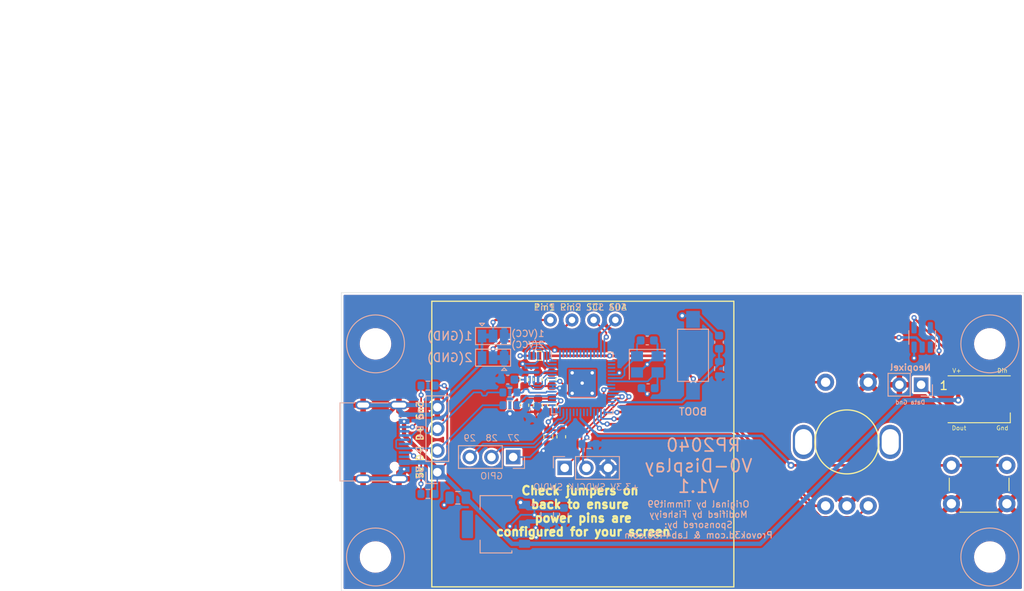
<source format=kicad_pcb>
(kicad_pcb (version 20221018) (generator pcbnew)
  (title_block (title "RP2040 V0 Display") (rev "V1.1") (comment 1 "Original V0 Display by Timmit99"))
  (layers (0 "F.Cu" mixed) (31 "B.Cu" mixed) (34 "B.Paste" user) (35 "F.Paste" user) (36 "B.SilkS" user "B.Silkscreen") (37 "F.SilkS" user "F.Silkscreen") (38 "B.Mask" user) (39 "F.Mask" user) (44 "Edge.Cuts" user))
  (net 0 "")
  (net 1 "GND")
  (net 2 "VBUS")
  (net 3 "SDA")
  (net 4 "SCL")
  (net 5 "SWDCLK")
  (net 6 "SWDIO")
  (net 7 "Net-(J4-CC1)")
  (net 8 "Net-(U4-XIN)")
  (net 9 "Pin2")
  (net 10 "Pin1")
  (net 11 "+3.3V")
  (net 12 "Net-(U4-VREG_IN)")
  (net 13 "Net-(U4-ADC_AVDD)")
  (net 14 "Net-(U2-VCC)")
  (net 15 "Net-(D1-DOUT)")
  (net 16 "Net-(D1-DIN)")
  (net 17 "CS")
  (net 18 "SD1")
  (net 19 "SD2")
  (net 20 "SD0")
  (net 21 "CLK")
  (net 22 "SD3")
  (net 29 "Net-(U4-XOUT)")
  (net 32 "Net-(J4-CC2)")
  (net 44 "Kill")
  (net 45 "Enc_SW")
  (net 46 "Enc_B")
  (net 47 "Enc_A")
  (net 48 "Neopixel")
  (net 52 "GPIO27")
  (net 53 "GPIO28")
  (net 54 "GPIO29")
  (net 55 "F_PD")
  (net 56 "+1V1")
  (net 57 "D27+")
  (net 58 "D27-")
  (net 59 "/D+")
  (net 60 "/D-")
  (footprint "MountingHole:MountingHole_3.2mm_M3" (layer "F.Cu") (at 184.844937 101.1875)
    (fp_text reference "H2" hide)
    (fp_text value "MountingHole" hide)
  )
  (footprint "MountingHole:MountingHole_3.2mm_M3" (layer "F.Cu") (at 184.844937 76.1875)
    (fp_text reference "H3" hide)
    (fp_text value "MountingHole" hide)
  )
  (footprint "V0-Display:LED_WS2812B_PLCC4_5.0x5.0mm_P3.2mm" (layer "F.Cu") (at 183.594937 82.6875)
    (fp_text reference "D1" hide)
    (fp_text value "WS2812B" hide)
  )
  (footprint "V0-Display:SW_PUSH_6mm" (layer "F.Cu") (at 180.344937 90.4375)
    (fp_text reference "SW1" hide)
    (fp_text value "Kill_SW" hide)
  )
  (footprint "V0-Display:EN11_Encoder" (layer "F.Cu") (at 168.094937 87.6875)
    (fp_text reference "SW2" hide)
    (fp_text value "Rotary_Enc" hide)
  )
  (footprint "MountingHole:MountingHole_3.2mm_M3" (layer "F.Cu") (at 112.844937 101.1875)
    (fp_text reference "H4" hide)
    (fp_text value "MountingHole" hide)
  )
  (footprint "MountingHole:MountingHole_3.2mm_M3" (layer "F.Cu") (at 112.844937 76.1875)
    (fp_text reference "H1" hide)
    (fp_text value "MountingHole" hide)
  )
  (footprint "V0-Display:1pt3in_OLED" (layer "F.Cu") (at 137.144937 73.3875)
    (fp_text reference "J2" hide)
    (fp_text value "I2C Header" hide)
  )
  (footprint "Resistor_SMD:R_0603_1608Metric" (layer "F.Cu") (at 133.094937 87.0875 -90)
    (fp_text reference "R7" hide)
    (fp_text value "200R" hide)
  )
  (footprint "Capacitor_SMD:C_0603_1608Metric" (layer "F.Cu") (at 134.618937 87.0875 -90)
    (fp_text reference "C11" hide)
    (fp_text value "2.2uF" hide)
  )
  (footprint "Capacitor_SMD:C_0603_1608Metric" (layer "F.Cu") (at 131.894937 83.3875 -90)
    (fp_text reference "C8" hide)
    (fp_text value "0.1uF" hide)
  )
  (footprint "Capacitor_SMD:C_0603_1608Metric" (layer "F.Cu") (at 130.294937 80.3625 90)
    (fp_text reference "C12" hide)
    (fp_text value "0.1uF" hide)
  )
  (footprint "Capacitor_SMD:C_0603_1608Metric" (layer "F.Cu") (at 133.494937 80.3625 90)
    (fp_text reference "C14" hide)
    (fp_text value "0.1uF" hide)
  )
  (footprint "Resistor_SMD:R_0603_1608Metric" (layer "F.Cu") (at 132.094937 77.5875)
    (fp_text reference "R2" hide)
    (fp_text value "1K" hide)
  )
  (footprint "Capacitor_SMD:C_0603_1608Metric" (layer "F.Cu") (at 133.518937 83.3875 -90)
    (fp_text reference "C9" hide)
    (fp_text value "0.1uF" hide)
  )
  (footprint "Capacitor_SMD:C_0603_1608Metric" (layer "F.Cu") (at 130.294937 83.3875 -90)
    (fp_text reference "C7" hide)
    (fp_text value "2.2uF" hide)
  )
  (footprint "Capacitor_SMD:C_0603_1608Metric" (layer "F.Cu") (at 131.894937 80.3625 90)
    (fp_text reference "C13" hide)
    (fp_text value "0.1uF" hide)
  )
  (footprint "Connector_PinHeader_2.54mm:PinHeader_1x03_P2.54mm_Vertical" (layer "B.Cu") (at 135.019937 90.7355 -90)
    (fp_text reference "J3" hide)
    (fp_text value "SWD" hide)
  )
  (footprint "Package_TO_SOT_SMD:SOT-23-5" (layer "B.Cu") (at 176.916937 75.4375 90)
    (fp_text reference "U3" hide)
    (fp_text value "74LVC1G17" hide)
  )
  (footprint "Connector_PinHeader_2.54mm:PinHeader_1x03_P2.54mm_Vertical" (layer "B.Cu") (at 128.978937 89.4655 90)
    (fp_text reference "J1" hide)
    (fp_text value "GPIO" hide)
  )
  (footprint "Connector_PinHeader_2.54mm:PinHeader_1x02_P2.54mm_Vertical" (layer "B.Cu") (at 176.789937 80.9825 90)
    (fp_text reference "J6" hide)
    (fp_text value "Neopixel" hide)
  )
  (footprint "Jumper:SolderJumper-3_P1.3mm_Bridged12_Pad1.0x1.5mm" (layer "B.Cu") (at 126.624937 77.8075 180)
    (fp_text reference "JP1" hide)
    (fp_text value "Pin2" hide)
  )
  (footprint "Jumper:SolderJumper-3_P1.3mm_Bridged12_Pad1.0x1.5mm" (layer "B.Cu") (at 126.624937 75.2675)
    (fp_text reference "JP2" hide)
    (fp_text value "Pin1" hide)
  )
  (footprint "Connector_PinHeader_2.54mm:PinHeader_1x04_P2.54mm_Vertical" (layer "B.Cu") (at 120.088937 91.2435)
    (fp_text reference "J5" hide)
    (fp_text value "USB_Header" hide)
  )
  (footprint "Capacitor_SMD:C_0603_1608Metric" (layer "B.Cu") (at 153.108937 75.9905 -90)
    (fp_text reference "C6" hide)
    (fp_text value "0.1uF" hide)
  )
  (footprint "Capacitor_SMD:C_0603_1608Metric" (layer "B.Cu") (at 128.344937 80.3875 180)
    (fp_text reference "C4" hide)
    (fp_text value "0.1uF" hide)
  )
  (footprint "Capacitor_SMD:C_0603_1608Metric" (layer "B.Cu") (at 144.794937 81.3875 180)
    (fp_text reference "C15" hide)
    (fp_text value "12pF" hide)
  )
  (footprint "Capacitor_SMD:C_0603_1608Metric" (layer "B.Cu") (at 134.921937 96.2105 90)
    (fp_text reference "C2" hide)
    (fp_text value "0.1uF" hide)
  )
  (footprint "Resistor_SMD:R_0603_1608Metric" (layer "B.Cu") (at 118.994937 81.0875)
    (fp_text reference "R8" hide)
    (fp_text value "10K" hide)
  )
  (footprint "Capacitor_SMD:C_0603_1608Metric" (layer "B.Cu") (at 144.694937 75.7875)
    (fp_text reference "C5" hide)
    (fp_text value "12pF" hide)
  )
  (footprint "Capacitor_SMD:C_0805_2012Metric" (layer "B.Cu") (at 122.494937 94.2375 180)
    (fp_text reference "C3" hide)
    (fp_text value "22uF" hide)
  )
  (footprint "Resistor_SMD:R_0603_1608Metric" (layer "B.Cu") (at 153.108937 79.0905 -90)
    (fp_text reference "R6" hide)
    (fp_text value "10K" hide)
  )
  (footprint "Resistor_SMD:R_0603_1608Metric" (layer "B.Cu") (at 118.994937 93.7875)
    (fp_text reference "R1" hide)
    (fp_text value "10K" hide)
  )
  (footprint "footprints:AMS1117-3.3" (layer "B.Cu") (at 126.965937 97.3505 -90)
    (fp_text reference "U1" hide)
    (fp_text value "AMS1117-3.3" hide)
  )
  (footprint "Capacitor_SMD:C_0805_2012Metric" (layer "B.Cu") (at 132.971937 96.2105 90)
    (fp_text reference "C1" hide)
    (fp_text value "22uF" hide)
  )
  (footprint "Button_Switch_SMD:SW_SPST_FSMSM" (layer "B.Cu") (at 150.060937 77.5275 -90)
    (fp_text reference "JP3" hide)
    (fp_text value "RUN" hide)
  )
  (footprint "Resistor_SMD:R_0603_1608Metric" (layer "B.Cu") (at 128.594937 83.3875 180)
    (fp_text reference "R5" hide)
    (fp_text value "27R" hide)
  )
  (footprint "Capacitor_SMD:C_0603_1608Metric" (layer "B.Cu") (at 131.394937 84.1875 60)
    (fp_text reference "C10" hide)
    (fp_text value "2.2uF" hide)
  )
  (footprint "Connector_USB:USB_C_Receptacle_G-Switch_GT-USB-7010ASV" (layer "B.Cu") (at 112.468937 87.6875 90)
    (fp_text reference "J4" hide)
    (fp_text value "GT-USB-7010ASV" hide)
  )
  (footprint "Oscillator:Oscillator_SMD_SeikoEpson_SG8002CE-4Pin_3.2x2.5mm" (layer "B.Cu") (at 144.694937 78.5875)
    (fp_text reference "Y1" hide)
    (fp_text value "12MHz" hide)
  )
  (footprint "Resistor_SMD:R_0603_1608Metric" (layer "B.Cu") (at 137.868937 87.9355)
    (fp_text reference "R3" hide)
    (fp_text value "10K" hide)
  )
  (footprint "footprints:W25Q16JVUXIQ" (layer "B.Cu") (at 131.144937 78.9875 -90)
    (fp_text reference "U2" hide)
    (fp_text value "W25Q16JVUXIQ" hide)
  )
  (footprint "Resistor_SMD:R_0603_1608Metric" (layer "B.Cu") (at 128.594937 81.8875)
    (fp_text reference "R4" hide)
    (fp_text value "27R" hide)
  )
  (footprint "Package_DFN_QFN:QFN-56-1EP_7x7mm_P0.4mm_EP3.2x3.2mm" (layer "B.Cu") (at 137.068937 80.7915 -90)
    (fp_text reference "U4" hide)
    (fp_text value "RP2040" hide)
  )
  (gr_circle (center 184.844937 76.1875) (end 187.244937 73.7875) (stroke (width 0.12)) (fill none) (layer "B.SilkS"))
  (gr_circle (center 112.844937 101.1875) (end 115.244937 98.7875) (stroke (width 0.12)) (fill none) (layer "B.SilkS"))
  (gr_circle (center 112.844937 76.1875) (end 115.244937 73.7875) (stroke (width 0.12)) (fill none) (layer "B.SilkS"))
  (gr_circle (center 184.844937 101.1875) (end 187.244937 98.7875) (stroke (width 0.12)) (fill none) (layer "B.SilkS"))
  (gr_line (start 108.844937 105.1875) (end 108.844937 70.1875) (stroke (width 0.05)) (layer "Edge.Cuts"))
  (gr_line (start 188.844937 105.1875) (end 108.844937 105.1875) (stroke (width 0.05)) (layer "Edge.Cuts"))
  (gr_line (start 108.844937 70.1875) (end 188.844937 70.1875) (stroke (width 0.05)) (layer "Edge.Cuts"))
  (gr_line (start 188.844937 70.1875) (end 188.844937 105.1875) (stroke (width 0.05)) (layer "Edge.Cuts"))
  (gr_text "SDA SCL Pin2 Pin1" (at 136.844937 71.8855) (layer "B.SilkS") (effects (font (size 0.75 0.75) (thickness 0.1)) (justify mirror)))
  (gr_text "Gnd D+ D- 5V" (at 118.056937 87.4435 90) (layer "B.SilkS") (effects (font (size 0.8 0.8)) (justify mirror)))
  (gr_text "2(GND)" (at 121.544937 77.8075) (layer "B.SilkS") (effects (font (size 1 1)) (justify mirror)))
  (gr_text "1(VCC)" (at 130.694937 74.9875) (layer "B.SilkS") (effects (font (size 0.75 0.75) (thickness 0.125) bold) (justify mirror)))
  (gr_text "2(VCC)" (at 130.694937 76.2875) (layer "B.SilkS") (effects (font (size 0.75 0.75) (thickness 0.125) bold) (justify mirror)))
  (gr_text "Neopixel" (at 178.020294 79.3875) (layer "B.SilkS") (effects (font (size 0.75 0.75) (thickness 0.15) bold) (justify left bottom mirror)))
  (gr_text "BOOT" (at 151.794937 84.6395) (layer "B.SilkS") (effects (font (size 0.85 0.85) (thickness 0.15) bold) (justify left bottom mirror)))
  (gr_text "27  28  29" (at 126.453937 87.2375) (layer "B.SilkS") (effects (font (size 0.75 0.75) (thickness 0.1)) (justify mirror)))
  (gr_text "Original by Timmit99\nModified by Fisheiyy\nSponsored by:\nProvok3d.com & Lab4450.com" (at 150.694937 99.0535) (layer "B.SilkS") (effects (font (size 0.75 0.75) (thickness 0.125) bold) (justify bottom mirror)))
  (gr_text "1(GND)" (at 121.544937 75.2675) (layer "B.SilkS") (effects (font (size 1 1)) (justify mirror)))
  (gr_text "Data Gnd\n" (at 175.514937 83.0375) (layer "B.SilkS") (effects (font (size 0.5 0.5) (thickness 0.1)) (justify mirror)))
  (gr_text "+3.3V SWDCLK SWDIO\n" (at 137.544937 92.9875) (layer "B.SilkS") (effects (font (size 0.75 0.75) (thickness 0.1)) (justify mirror)))
  (gr_text "GPIO" (at 126.453937 91.6875) (layer "B.SilkS") (effects (font (size 0.75 0.75) (thickness 0.1)) (justify mirror)))
  (gr_text "RP2040 \nV0-Display\nV1.1" (at 150.694937 90.4875) (layer "B.SilkS") (effects (font (size 1.5 1.5) (thickness 0.2)) (justify mirror)))
  (gr_text "V+" (at 180.980937 79.3315) (layer "F.SilkS") (effects (font (size 0.5 0.5) (thickness 0.075))))
  (gr_text "5V D- D+ Gnd" (at 118.056937 87.4435 90) (layer "F.SilkS") (effects (font (size 0.8 0.8))))
  (gr_text "Pin1 Pin2 SCL SDA" (at 136.844937 71.8855) (layer "F.SilkS") (effects (font (size 0.75 0.75) (thickness 0.1))))
  (gr_text "Dout" (at 181.234937 86.0625) (layer "F.SilkS") (effects (font (size 0.5 0.5) (thickness 0.075))))
  (gr_text "Din" (at 186.314937 79.3315) (layer "F.SilkS") (effects (font (size 0.5 0.5) (thickness 0.075))))
  (gr_text "Gnd" (at 186.314937 86.0625) (layer "F.SilkS") (effects (font (size 0.5 0.5) (thickness 0.075))))
  (gr_text "Check jumpers on \nback to ensure \npower pins are\nconfigured for your screen" (at 137.194937 95.8155) (layer "F.SilkS") (effects (font (size 1 1) (thickness 0.25))))
  (segment (start 186.044937 84.2875) (end 186.044937 83.8875) (width 0.25) (layer "F.Cu") (net 1))
  (segment (start 116.194937 90.8875) (end 116.194937 91.4065) (width 0.5) (layer "F.Cu") (net 1))
  (segment (start 114.248937 88.4415) (end 114.248937 84.455774) (width 0.5) (layer "F.Cu") (net 1))
  (segment (start 116.194937 90.8875) (end 116.194937 90.3875) (width 0.5) (layer "F.Cu") (net 1))
  (segment (start 133.494937 79.5875) (end 130.294937 79.5875) (width 0.3) (layer "F.Cu") (net 1))
  (segment (start 130.294937 84.1625) (end 133.518937 84.1625) (width 0.3) (layer "F.Cu") (net 1))
  (segment (start 114.248937 84.455774) (end 115.337211 83.3675) (width 0.5) (layer "F.Cu") (net 1))
  (segment (start 116.194937 91.4065) (end 115.593937 92.0075) (width 0.5) (layer "F.Cu") (net 1))
  (segment (start 186.044937 84.2875) (end 186.044937 83.7925) (width 0.25) (layer "F.Cu") (net 1))
  (segment (start 116.194937 90.3875) (end 114.248937 88.4415) (width 0.5) (layer "F.Cu") (net 1))
  (via (at 120.894937 95.0875) (size 0.6) (drill 0.3) (layers "F.Cu" "B.Cu") (net 1))
  (via (at 128.594937 97.5875) (size 0.6) (drill 0.3) (layers "F.Cu" "B.Cu") (net 1))
  (via (at 135.894937 79.5875) (size 0.8) (drill 0.4) (layers "F.Cu" "B.Cu") (net 1))
  (via (at 130.094937 78.5375) (size 0.6) (drill 0.3) (layers "F.Cu" "B.Cu") (net 1))
  (via (at 138.244937 79.5875) (size 0.8) (drill 0.4) (layers "F.Cu" "B.Cu") (net 1))
  (via (at 137.068937 80.7915) (size 0.8) (drill 0.4) (layers "F.Cu" "B.Cu") (net 1))
  (via (at 138.244937 81.9875) (size 0.8) (drill 0.4) (layers "F.Cu" "B.Cu") (net 1))
  (via (at 144.694937 82.0625) (size 0.6) (drill 0.3) (layers "F.Cu" "B.Cu") (net 1))
  (via (at 131.621937 97.764) (size 0.6) (drill 0.3) (layers "F.Cu" "B.Cu") (net 1))
  (via (at 135.894937 81.9875) (size 0.8) (drill 0.4) (layers "F.Cu" "B.Cu") (net 1))
  (via (at 144.694937 78.5875) (size 0.6) (drill 0.3) (layers "F.Cu" "B.Cu") (net 1))
  (via (at 116.194937 90.8875) (size 0.6) (drill 0.3) (layers "F.Cu" "B.Cu") (net 1))
  (via (at 129.844937 94.7875) (size 0.8) (drill 0.4) (layers "F.Cu" "B.Cu") (net 1))
  (via (at 131.694937 98.891) (size 0.6) (drill 0.3) (layers "F.Cu" "B.Cu") (net 1))
  (via (at 141.422426 79.592) (size 0.6) (drill 0.3) (layers "F.Cu" "B.Cu") (net 1))
  (via (at 131.471937 96.2645) (size 0.6) (drill 0.3) (layers "F.Cu" "B.Cu") (net 1))
  (via (at 148.794937 72.8875) (size 0.8) (drill 0.4) (layers "F.Cu" "B.Cu") (net 1))
  (via (at 175.966937 77.8595) (size 0.6) (drill 0.3) (layers "F.Cu" "B.Cu") (net 1))
  (via (at 133.843425 76.937807) (size 0.6) (drill 0.3) (layers "F.Cu" "B.Cu") (net 1))
  (segment (start 111.393937 83.3675) (end 115.593937 83.3675) (width 0.5) (layer "B.Cu") (net 1))
  (segment (start 144.694937 82.0625) (end 144.019937 81.3875) (width 0.25) (layer "B.Cu") (net 1))
  (segment (start 131.448937 96.2415) (end 131.471937 96.2645) (width 0.2) (layer "B.Cu") (net 1))
  (segment (start 128.594937 97.5875) (end 128.594937 97.538682) (width 0.2) (layer "B.Cu") (net 1))
  (segment (start 130.310937 95.0605) (end 130.714937 95.4645) (width 0.5) (layer "B.Cu") (net 1))
  (segment (start 115.593937 91.4875) (end 116.193937 90.8875) (width 0.5) (layer "B.Cu") (net 1))
  (segment (start 128.594937 97.538682) (end 129.892119 96.2415) (width 0.2) (layer "B.Cu") (net 1))
  (segment (start 116.193937 84.4875) (end 119.224937 84.4875) (width 0.5) (layer "B.Cu") (net 1))
  (segment (start 130.094937 78.5375) (end 130.544937 78.9875) (width 0.2) (layer "B.Cu") (net 1))
  (segment (start 131.694937 98.891) (end 131.621937 98.818) (width 0.2) (layer "B.Cu") (net 1))
  (segment (start 115.593937 92.0075) (end 115.593937 91.4875) (width 0.5) (layer "B.Cu") (net 1))
  (segment (start 115.593937 83.8875) (end 116.193937 84.4875) (width 0.5) (layer "B.Cu") (net 1))
  (segment (start 125.324937 78.3875) (end 120.088937 83.6235) (width 0.3) (layer "B.Cu") (net 1))
  (segment (start 115.593937 83.3675) (end 119.832937 83.3675) (width 0.5) (layer "B.Cu") (net 1))
  (segment (start 140.506437 79.7915) (end 141.222926 79.7915) (width 0.2) (layer "B.Cu") (net 1))
  (segment (start 145.894937 77.6375) (end 145.894937 76.2125) (width 0.25) (layer "B.Cu") (net 1))
  (segment (start 144.694937 78.5875) (end 145.644937 77.6375) (width 0.25) (layer "B.Cu") (net 1))
  (segment (start 130.714937 95.4645) (end 134.892937 95.4645) (width 0.5) (layer "B.Cu") (net 1))
  (segment (start 130.094937 78.5375) (end 131.544937 78.5375) (width 0.2) (layer "B.Cu") (net 1))
  (segment (start 143.744937 79.5375) (end 144.694937 78.5875) (width 0.25) (layer "B.Cu") (net 1))
  (segment (start 119.224937 84.4875) (end 120.088937 83.6235) (width 0.5) (layer "B.Cu") (net 1))
  (segment (start 125.324937 77.8075) (end 125.324937 75.2675) (width 0.3) (layer "B.Cu") (net 1))
  (segment (start 153.108937 75.2015) (end 150.844937 72.9375) (width 0.25) (layer "B.Cu") (net 1))
  (segment (start 131.471937 96.2645) (end 131.471937 95.6425) (width 0.2) (layer "B.Cu") (net 1))
  (segment (start 115.593937 83.3675) (end 115.593937 83.8875) (width 0.5) (layer "B.Cu") (net 1))
  (segment (start 131.894937 78.1875) (end 131.894937 77.5875) (width 0.2) (layer "B.Cu") (net 1))
  (segment (start 121.544937 94.4375) (end 120.894937 95.0875) (width 0.2) (layer "B.Cu") (net 1))
  (segment (start 148.794937 72.8875) (end 150.010937 72.8875) (width 0.35) (layer "B.Cu") (net 1))
  (segment (start 131.621937 98.818) (end 131.621937 97.764) (width 0.2) (layer "B.Cu") (net 1))
  (segment (start 141.222926 79.7915) (end 141.422426 79.592) (width 0.2) (layer "B.Cu") (net 1))
  (segment (start 111.393937 92.0075) (end 115.593937 92.0075) (width 0.5) (layer "B.Cu") (net 1))
  (segment (start 150.844937 72.9375) (end 150.060937 72.9375) (width 0.25) (layer "B.Cu") (net 1))
  (segment (start 129.892119 96.2415) (end 131.448937 96.2415) (width 0.2) (layer "B.Cu") (net 1))
  (segment (start 175.966937 76.575) (end 175.966937 77.8595) (width 0.25) (layer "B.Cu") (net 1))
  (segment (start 145.894937 76.2125) (end 145.469937 75.7875) (width 0.25) (layer "B.Cu") (net 1))
  (segment (start 131.544937 78.5375) (end 131.894937 78.1875) (width 0.2) (layer "B.Cu") (net 1))
  (segment (start 121.238937 90.0935) (end 120.088937 91.2435) (width 0.2) (layer "F.Cu") (net 2))
  (segment (start 121.238937 81.4315) (end 121.238937 90.0935) (width 0.2) (layer "F.Cu") (net 2))
  (segment (start 178.894937 78.9295) (end 181.052937 81.0875) (width 0.25) (layer "F.Cu") (net 2))
  (segment (start 178.894937 76.9875) (end 178.894937 78.9295) (width 0.25) (layer "F.Cu") (net 2))
  (segment (start 181.144937 82.7875) (end 181.144937 81.0875) (width 0.5) (layer "F.Cu") (net 2))
  (segment (start 120.894937 81.0875) (end 121.238937 81.4315) (width 0.2) (layer "F.Cu") (net 2))
  (segment (start 116.194937 85.2875) (end 116.194937 86.924358) (width 0.5) (layer "F.Cu") (net 2))
  (segment (start 116.194937 86.924358) (end 120.088937 90.818358) (width 0.5) (layer "F.Cu") (net 2))
  (via (at 178.894937 76.9875) (size 0.6) (drill 0.3) (layers "F.Cu" "B.Cu") (net 2))
  (via (at 116.194937 85.2875) (size 0.6) (drill 0.3) (layers "F.Cu" "B.Cu") (net 2))
  (via (at 120.894937 81.0875) (size 0.6) (drill 0.3) (layers "F.Cu" "B.Cu") (net 2))
  (via (at 181.144937 82.7875) (size 0.8) (drill 0.4) (layers "F.Cu" "B.Cu") (net 2))
  (segment (start 157.941937 99.6405) (end 174.794937 82.7875) (width 0.5) (layer "B.Cu") (net 2))
  (segment (start 120.088937 93.5185) (end 120.088937 91.2435) (width 0.2) (layer "B.Cu") (net 2))
  (segment (start 178.894937 75.3875) (end 177.866937 74.3595) (width 0.25) (layer "B.Cu") (net 2))
  (segment (start 118.932937 90.0875) (end 120.088937 91.2435) (width 0.5) (layer "B.Cu") (net 2))
  (segment (start 119.819937 81.0875) (end 120.894937 81.0875) (width 0.2) (layer "B.Cu") (net 2))
  (segment (start 116.193937 90.0875) (end 118.932937 90.0875) (width 0.5) (layer "B.Cu") (net 2))
  (segment (start 178.894937 76.9875) (end 178.894937 75.3875) (width 0.25) (layer "B.Cu") (net 2))
  (segment (start 120.450937 91.2435) (end 128.847937 99.6405) (width 0.5) (layer "B.Cu") (net 2))
  (segment (start 174.794937 82.7875) (end 181.144937 82.7875) (width 0.5) (layer "B.Cu") (net 2))
  (segment (start 128.847937 99.6405) (end 157.941937 99.6405) (width 0.5) (layer "B.Cu") (net 2))
  (segment (start 139.268937 75.0735) (end 140.954937 73.3875) (width 0.2) (layer "B.Cu") (net 3))
  (segment (start 139.268937 77.354) (end 139.268937 75.0735) (width 0.2) (layer "B.Cu") (net 3))
  (segment (start 139.894937 75.3875) (end 139.894937 74.8675) (width 0.2) (layer "F.Cu") (net 4))
  (segment (start 139.894937 74.8675) (end 138.414937 73.3875) (width 0.2) (layer "F.Cu") (net 4))
  (via (at 139.894937 75.3875) (size 0.6) (drill 0.3) (layers "F.Cu" "B.Cu") (net 4))
  (segment (start 139.668937 75.6135) (end 139.894937 75.3875) (width 0.2) (layer "B.Cu") (net 4))
  (segment (start 139.668937 77.354) (end 139.668937 75.6135) (width 0.2) (layer "B.Cu") (net 4))
  (segment (start 137.614937 86.7175) (end 137.614937 87.1795) (width 0.2) (layer "F.Cu") (net 5))
  (segment (start 141.341937 82.9905) (end 137.614937 86.7175) (width 0.2) (layer "F.Cu") (net 5))
  (segment (start 142.54443 82.439536) (end 141.993466 82.9905) (width 0.2) (layer "F.Cu") (net 5))
  (segment (start 141.993466 82.9905) (end 141.341937 82.9905) (width 0.2) (layer "F.Cu") (net 5))
  (segment (start 142.54443 82.386503) (end 142.54443 82.439536) (width 0.2) (layer "F.Cu") (net 5))
  (via (at 137.614937 87.1795) (size 0.6) (drill 0.3) (layers "F.Cu" "B.Cu") (net 5))
  (via (at 142.54443 82.386503) (size 0.6) (drill 0.3) (layers "F.Cu" "B.Cu") (net 5))
  (segment (start 137.168937 88.0605) (end 137.168937 90.3445) (width 0.25) (layer "B.Cu") (net 5))
  (segment (start 141.209095 81.787003) (end 141.204598 81.7915) (width 0.2) (layer "B.Cu") (net 5))
  (segment (start 137.043937 87.7505) (end 137.614937 87.1795) (width 0.25) (layer "B.Cu") (net 5))
  (segment (start 141.204598 81.7915) (end 140.506437 81.7915) (width 0.2) (layer "B.Cu") (net 5))
  (segment (start 141.989969 81.787003) (end 141.209095 81.787003) (width 0.2) (layer "B.Cu") (net 5))
  (segment (start 142.54443 82.341464) (end 141.989969 81.787003) (width 0.2) (layer "B.Cu") (net 5))
  (segment (start 142.54443 82.386503) (end 142.54443 82.341464) (width 0.2) (layer "B.Cu") (net 5))
  (segment (start 141.744937 82.5905) (end 141.176251 82.5905) (width 0.2) (layer "F.Cu") (net 6))
  (segment (start 136.994937 86.771814) (end 136.994937 88.7375) (width 0.2) (layer "F.Cu") (net 6))
  (segment (start 136.994937 88.7375) (end 135.019937 90.7125) (width 0.2) (layer "F.Cu") (net 6))
  (segment (start 141.176251 82.5905) (end 136.994937 86.771814) (width 0.2) (layer "F.Cu") (net 6))
  (segment (start 141.744937 82.3905) (end 141.744937 82.5905) (width 0.2) (layer "F.Cu") (net 6))
  (via (at 141.744937 82.3905) (size 0.6) (drill 0.3) (layers "F.Cu" "B.Cu") (net 6))
  (segment (start 141.744937 82.3905) (end 141.545937 82.1915) (width 0.15) (layer "B.Cu") (net 6))
  (segment (start 141.545937 82.1915) (end 140.506437 82.1915) (width 0.15) (layer "B.Cu") (net 6))
  (segment (start 117.313439 89.338) (end 118.194937 90.219498) (width 0.2) (layer "F.Cu") (net 7))
  (segment (start 118.194937 92.5875) (end 118.169937 92.6125) (width 0.2) (layer "F.Cu") (net 7))
  (segment (start 118.194937 90.219498) (end 118.194937 92.5875) (width 0.2) (layer "F.Cu") (net 7))
  (via (at 117.313439 89.338) (size 0.6) (drill 0.3) (layers "F.Cu" "B.Cu") (net 7))
  (via (at 118.169937 92.6125) (size 0.6) (drill 0.3) (layers "F.Cu" "B.Cu") (net 7))
  (segment (start 116.910939 88.9355) (end 116.208737 88.9355) (width 0.2) (layer "B.Cu") (net 7))
  (segment (start 117.313439 89.338) (end 116.910939 88.9355) (width 0.2) (layer "B.Cu") (net 7))
  (segment (start 118.169937 92.6125) (end 118.169937 93.7875) (width 0.2) (layer "B.Cu") (net 7))
  (segment (start 143.494937 76.2125) (end 143.919937 75.7875) (width 0.2) (layer "B.Cu") (net 8))
  (segment (start 140.506437 80.1915) (end 141.671455 80.1915) (width 0.2) (layer "B.Cu") (net 8))
  (segment (start 143.494937 77.6375) (end 143.494937 76.2125) (width 0.2) (layer "B.Cu") (net 8))
  (segment (start 141.671455 80.1915) (end 142.022426 79.840529) (width 0.2) (layer "B.Cu") (net 8))
  (segment (start 142.022426 79.840529) (end 142.022426 79.110011) (width 0.2) (layer "B.Cu") (net 8))
  (segment (start 142.022426 79.110011) (end 143.494937 77.6375) (width 0.2) (layer "B.Cu") (net 8))
  (segment (start 133.374937 75.8875) (end 135.874937 73.3875) (width 0.25) (layer "F.Cu") (net 9))
  (segment (start 126.624937 76.7875) (end 127.524937 75.8875) (width 0.25) (layer "F.Cu") (net 9))
  (segment (start 127.524937 75.8875) (end 133.374937 75.8875) (width 0.25) (layer "F.Cu") (net 9))
  (via (at 126.624937 76.7875) (size 0.6) (drill 0.3) (layers "F.Cu" "B.Cu") (net 9))
  (segment (start 126.624937 78.4075) (end 126.624937 76.7875) (width 0.25) (layer "B.Cu") (net 9))
  (segment (start 126.624937 73.6575) (end 126.894937 73.3875) (width 0.25) (layer "F.Cu") (net 10))
  (segment (start 126.894937 73.3875) (end 133.334937 73.3875) (width 0.25) (layer "F.Cu") (net 10))
  (via (at 126.624937 73.6575) (size 0.6) (drill 0.3) (layers "F.Cu" "B.Cu") (net 10))
  (segment (start 126.624937 73.6575) (end 126.624937 75.2675) (width 0.25) (layer "B.Cu") (net 10))
  (segment (start 134.434643 81.382141) (end 133.739578 81.382141) (width 0.25) (layer "F.Cu") (net 11))
  (segment (start 132.534534 88.727097) (end 133.094937 88.166694) (width 0.2) (layer "F.Cu") (net 11))
  (segment (start 128.594937 82.8375) (end 130.294937 81.1375) (width 0.25) (layer "F.Cu") (net 11))
  (segment (start 130.294937 81.1375) (end 133.494937 81.1375) (width 0.25) (layer "F.Cu") (net 11))
  (segment (start 128.594937 84.3875) (end 128.594937 82.8375) (width 0.25) (layer "F.Cu") (net 11))
  (via (at 134.434643 81.382141) (size 0.6) (drill 0.3) (layers "F.Cu" "B.Cu") (net 11))
  (via (at 128.594937 84.3875) (size 0.8) (drill 0.4) (layers "F.Cu" "B.Cu") (net 11))
  (via (at 132.534534 88.727097) (size 0.6) (drill 0.3) (layers "F.Cu" "B.Cu") (net 11))
  (segment (start 130.646937 97.0145) (end 130.310937 97.3505) (width 0.5) (layer "B.Cu") (net 11))
  (segment (start 134.892937 97.0145) (end 130.646937 97.0145) (width 0.5) (layer "B.Cu") (net 11))
  (segment (start 133.631437 82.9915) (end 132.307267 82.9915) (width 0.2) (layer "B.Cu") (net 12))
  (segment (start 132.307267 82.9915) (end 131.782437 83.51633) (width 0.2) (layer "B.Cu") (net 12))
  (segment (start 133.094937 85.3375) (end 133.094937 86.2625) (width 0.2) (layer "F.Cu") (net 13))
  (segment (start 134.618937 86.3125) (end 133.144937 86.3125) (width 0.2) (layer "F.Cu") (net 13))
  (via (at 133.094937 85.3375) (size 0.6) (drill 0.3) (layers "F.Cu" "B.Cu") (net 13))
  (segment (start 133.594937 84.8375) (end 133.594937 83.428) (width 0.2) (layer "B.Cu") (net 13))
  (segment (start 133.094937 85.3375) (end 133.594937 84.8375) (width 0.2) (layer "B.Cu") (net 13))
  (segment (start 133.594937 83.428) (end 133.631437 83.3915) (width 0.2) (layer "B.Cu") (net 13))
  (segment (start 129.119937 80.3875) (end 130.394937 80.3875) (width 0.2) (layer "B.Cu") (net 14))
  (segment (start 180.094937 84.2875) (end 181.144937 84.2875) (width 0.25) (layer "F.Cu") (net 15))
  (segment (start 176.789937 80.9825) (end 180.094937 84.2875) (width 0.25) (layer "F.Cu") (net 15))
  (segment (start 175.966937 73.1595) (end 183.894937 81.0875) (width 0.25) (layer "F.Cu") (net 16))
  (segment (start 183.894937 81.0875) (end 186.044937 81.0875) (width 0.25) (layer "F.Cu") (net 16))
  (segment (start 175.966937 73.1155) (end 175.966937 73.1595) (width 0.25) (layer "F.Cu") (net 16))
  (via (at 175.966937 73.1155) (size 0.6) (drill 0.3) (layers "F.Cu" "B.Cu") (net 16))
  (segment (start 175.966937 74.3) (end 175.966937 73.1155) (width 0.25) (layer "B.Cu") (net 16))
  (segment (start 131.269937 77.5875) (end 129.794937 77.5875) (width 0.25) (layer "F.Cu") (net 17))
  (via (at 129.794937 77.5875) (size 0.6) (drill 0.3) (layers "F.Cu" "B.Cu") (net 17))
  (segment (start 133.631437 78.1915) (end 133.268937 77.829) (width 0.15) (layer "B.Cu") (net 17))
  (segment (start 131.254987 76.157475) (end 130.394937 77.017525) (width 0.15) (layer "B.Cu") (net 17))
  (segment (start 129.794937 77.5875) (end 130.394937 77.5875) (width 0.25) (layer "B.Cu") (net 17))
  (segment (start 133.268937 77.829) (end 133.268937 76.941526) (width 0.15) (layer "B.Cu") (net 17))
  (segment (start 133.268937 76.941526) (end 132.484885 76.157475) (width 0.15) (layer "B.Cu") (net 17))
  (segment (start 130.394937 77.017525) (end 130.394937 77.657475) (width 0.15) (layer "B.Cu") (net 17))
  (segment (start 132.484885 76.157475) (end 131.254987 76.157475) (width 0.15) (layer "B.Cu") (net 17))
  (segment (start 133.631437 78.5915) (end 133.134318 78.5915) (width 0.15) (layer "B.Cu") (net 18))
  (segment (start 132.339911 76.507475) (end 131.399962 76.507475) (width 0.15) (layer "B.Cu") (net 18))
  (segment (start 131.399962 76.507475) (end 130.894937 77.0125) (width 0.15) (layer "B.Cu") (net 18))
  (segment (start 130.894937 77.0125) (end 130.894937 77.657475) (width 0.15) (layer "B.Cu") (net 18))
  (segment (start 132.918937 78.376119) (end 132.918937 77.086501) (width 0.15) (layer "B.Cu") (net 18))
  (segment (start 132.918937 77.086501) (end 132.339911 76.507475) (width 0.15) (layer "B.Cu") (net 18))
  (segment (start 133.134318 78.5915) (end 132.918937 78.376119) (width 0.15) (layer "B.Cu") (net 18))
  (segment (start 132.568937 78.521093) (end 132.568937 77.231475) (width 0.15) (layer "B.Cu") (net 19))
  (segment (start 133.039344 78.9915) (end 132.568937 78.521093) (width 0.15) (layer "B.Cu") (net 19))
  (segment (start 132.568937 77.231475) (end 132.194937 76.857475) (width 0.15) (layer "B.Cu") (net 19))
  (segment (start 131.394937 77.007475) (end 131.394937 77.657475) (width 0.15) (layer "B.Cu") (net 19))
  (segment (start 132.194937 76.857475) (end 131.544937 76.857475) (width 0.15) (layer "B.Cu") (net 19))
  (segment (start 133.631437 78.9915) (end 133.039344 78.9915) (width 0.15) (layer "B.Cu") (net 19))
  (segment (start 131.544937 76.857475) (end 131.394937 77.007475) (width 0.15) (layer "B.Cu") (net 19))
  (segment (start 131.894937 80.1875) (end 132.690937 79.3915) (width 0.15) (layer "B.Cu") (net 20))
  (segment (start 132.690937 79.3915) (end 133.631437 79.3915) (width 0.15) (layer "B.Cu") (net 20))
  (segment (start 132.394937 80.8875) (end 132.169937 81.1125) (width 0.15) (layer "B.Cu") (net 21))
  (segment (start 131.394937 81.0375) (end 131.394937 80.5875) (width 0.15) (layer "B.Cu") (net 21))
  (segment (start 133.631437 79.7915) (end 132.895963 79.7915) (width 0.15) (layer "B.Cu") (net 21))
  (segment (start 132.169937 81.1125) (end 131.469937 81.1125) (width 0.15) (layer "B.Cu") (net 21))
  (segment (start 132.394937 80.292526) (end 132.394937 80.8875) (width 0.15) (layer "B.Cu") (net 21))
  (segment (start 132.895963 79.7915) (end 132.394937 80.292526) (width 0.15) (layer "B.Cu") (net 21))
  (segment (start 131.469937 81.1125) (end 131.394937 81.0375) (width 0.15) (layer "B.Cu") (net 21))
  (segment (start 132.314911 81.4625) (end 131.324962 81.4625) (width 0.15) (layer "B.Cu") (net 22))
  (segment (start 131.324962 81.4625) (end 130.894937 81.032474) (width 0.15) (layer "B.Cu") (net 22))
  (segment (start 132.744937 81.032474) (end 132.314911 81.4625) (width 0.15) (layer "B.Cu") (net 22))
  (segment (start 133.631437 80.1915) (end 132.990937 80.1915) (width 0.15) (layer "B.Cu") (net 22))
  (segment (start 130.894937 81.032474) (end 130.894937 80.3875) (width 0.15) (layer "B.Cu") (net 22))
  (segment (start 132.990937 80.1915) (end 132.744937 80.4375) (width 0.15) (layer "B.Cu") (net 22))
  (segment (start 132.744937 80.4375) (end 132.744937 81.032474) (width 0.15) (layer "B.Cu") (net 22))
  (segment (start 144.740937 80.5915) (end 145.794937 79.5375) (width 0.2) (layer "B.Cu") (net 29))
  (segment (start 140.506437 80.5915) (end 144.740937 80.5915) (width 0.2) (layer "B.Cu") (net 29))
  (segment (start 145.894937 81.0625) (end 145.569937 81.3875) (width 0.2) (layer "B.Cu") (net 29))
  (segment (start 145.894937 79.5375) (end 145.894937 81.0625) (width 0.2) (layer "B.Cu") (net 29))
  (segment (start 117.17031 85.937501) (end 118.194937 84.912874) (width 0.2) (layer "F.Cu") (net 32))
  (segment (start 118.194937 84.912874) (end 118.194937 82.1875) (width 0.2) (layer "F.Cu") (net 32))
  (via (at 118.194937 82.1875) (size 0.6) (drill 0.3) (layers "F.Cu" "B.Cu") (net 32))
  (via (at 117.17031 85.937501) (size 0.6) (drill 0.3) (layers "F.Cu" "B.Cu") (net 32))
  (segment (start 118.169937 81.0875) (end 118.169937 82.1625) (width 0.2) (layer "B.Cu") (net 32))
  (segment (start 117.17031 85.937501) (end 117.16831 85.935501) (width 0.2) (layer "B.Cu") (net 32))
  (segment (start 118.169937 82.1625) (end 118.194937 82.1875) (width 0.2) (layer "B.Cu") (net 32))
  (segment (start 117.16831 85.935501) (end 116.208737 85.935501) (width 0.2) (layer "B.Cu") (net 32))
  (segment (start 161.544937 90.4375) (end 180.344937 90.4375) (width 0.3) (layer "F.Cu") (net 44))
  (segment (start 186.844937 90.4375) (end 180.344937 90.4375) (width 0.35) (layer "F.Cu") (net 44))
  (via (at 161.544937 90.4375) (size 0.8) (drill 0.4) (layers "F.Cu" "B.Cu") (net 44))
  (segment (start 138.920768 86.9875) (end 137.546768 85.6135) (width 0.3) (layer "B.Cu") (net 44))
  (segment (start 136.868937 84.9375) (end 137.544937 85.6135) (width 0.3) (layer "B.Cu") (net 44))
  (segment (start 161.544937 90.4375) (end 158.094937 86.9875) (width 0.3) (layer "B.Cu") (net 44))
  (segment (start 136.868937 84.229) (end 136.868937 84.9375) (width 0.2) (layer "B.Cu") (net 44))
  (segment (start 158.094937 86.9875) (end 138.920768 86.9875) (width 0.3) (layer "B.Cu") (net 44))
  (segment (start 155.244937 84.9875) (end 159.544937 80.6875) (width 0.3) (layer "F.Cu") (net 45))
  (segment (start 159.544937 80.6875) (end 165.594937 80.6875) (width 0.3) (layer "F.Cu") (net 45))
  (segment (start 140.794937 84.9875) (end 155.244937 84.9875) (width 0.3) (layer "F.Cu") (net 45))
  (via (at 140.794937 84.9875) (size 0.6) (drill 0.3) (layers "F.Cu" "B.Cu") (net 45))
  (segment (start 140.794937 84.9875) (end 139.394937 84.9875) (width 0.2) (layer "B.Cu") (net 45))
  (segment (start 139.268937 84.8615) (end 139.268937 84.229) (width 0.2) (layer "B.Cu") (net 45))
  (segment (start 139.394937 84.9875) (end 139.268937 84.8615) (width 0.2) (layer "B.Cu") (net 45))
  (segment (start 169.269937 96.5125) (end 170.594937 95.1875) (width 0.25) (layer "F.Cu") (net 46))
  (segment (start 139.281429 86.2875) (end 154.821104 86.2875) (width 0.25) (layer "F.Cu") (net 46))
  (segment (start 139.088183 86.094254) (end 139.281429 86.2875) (width 0.25) (layer "F.Cu") (net 46))
  (segment (start 165.046104 96.5125) (end 169.269937 96.5125) (width 0.25) (layer "F.Cu") (net 46))
  (segment (start 154.821104 86.2875) (end 165.046104 96.5125) (width 0.3) (layer "F.Cu") (net 46))
  (via (at 139.088183 86.094254) (size 0.6) (drill 0.3) (layers "F.Cu" "B.Cu") (net 46))
  (segment (start 139.088183 86.094254) (end 138.468937 85.475008) (width 0.2) (layer "B.Cu") (net 46))
  (segment (start 138.468937 85.475008) (end 138.468937 84.229) (width 0.2) (layer "B.Cu") (net 46))
  (segment (start 140.020437 85.6125) (end 154.7825 85.6125) (width 0.3) (layer "F.Cu") (net 47))
  (segment (start 154.7825 85.6125) (end 164.3575 95.1875) (width 0.3) (layer "F.Cu") (net 47))
  (segment (start 139.994937 85.587) (end 140.020437 85.6125) (width 0.25) (layer "F.Cu") (net 47))
  (segment (start 164.3575 95.1875) (end 165.594937 95.1875) (width 0.3) (layer "F.Cu") (net 47))
  (via (at 139.994937 85.587) (size 0.6) (drill 0.3) (layers "F.Cu" "B.Cu") (net 47))
  (segment (start 139.994937 85.587) (end 139.428751 85.587) (width 0.2) (layer "B.Cu") (net 47))
  (segment (start 139.428751 85.587) (end 138.868937 85.027186) (width 0.2) (layer "B.Cu") (net 47))
  (segment (start 138.868937 85.027186) (end 138.868937 84.229) (width 0.2) (layer "B.Cu") (net 47))
  (segment (start 141.177937 84.1875) (end 155.408541 84.1875) (width 0.3) (layer "F.Cu") (net 48))
  (segment (start 141.136437 84.229) (end 141.177937 84.1875) (width 0.25) (layer "F.Cu") (net 48))
  (segment (start 164.158541 75.4375) (end 174.194937 75.4375) (width 0.3) (layer "F.Cu") (net 48))
  (segment (start 155.408541 84.1875) (end 164.158541 75.4375) (width 0.3) (layer "F.Cu") (net 48))
  (via (at 141.136437 84.229) (size 0.6) (drill 0.3) (layers "F.Cu" "B.Cu") (net 48))
  (via (at 174.194937 75.4375) (size 0.6) (drill 0.3) (layers "F.Cu" "B.Cu") (net 48))
  (segment (start 141.136437 84.229) (end 139.668937 84.229) (width 0.2) (layer "B.Cu") (net 48))
  (segment (start 176.916937 76.155393) (end 176.199044 75.4375) (width 0.3) (layer "B.Cu") (net 48))
  (segment (start 176.199044 75.4375) (end 174.194937 75.4375) (width 0.3) (layer "B.Cu") (net 48))
  (segment (start 134.924284 85.837499) (end 135.668937 85.092845) (width 0.2) (layer "B.Cu") (net 52))
  (segment (start 135.668937 85.092845) (end 135.668937 84.229) (width 0.2) (layer "B.Cu") (net 52))
  (segment (start 128.978937 89.4655) (end 130.948309 89.4655) (width 0.2) (layer "B.Cu") (net 52))
  (segment (start 134.576309 85.8375) (end 134.924284 85.837499) (width 0.2) (layer "B.Cu") (net 52))
  (segment (start 130.948309 89.4655) (end 134.576309 85.8375) (width 0.2) (layer "B.Cu") (net 52))
  (segment (start 134.758598 85.4375) (end 135.268937 84.92716) (width 0.2) (layer "B.Cu") (net 53))
  (segment (start 127.588937 88.3155) (end 131.532623 88.3155) (width 0.2) (layer "B.Cu") (net 53))
  (segment (start 131.532623 88.3155) (end 134.410623 85.4375) (width 0.2) (layer "B.Cu") (net 53))
  (segment (start 134.410623 85.4375) (end 134.758598 85.4375) (width 0.2) (layer "B.Cu") (net 53))
  (segment (start 135.268937 84.92716) (end 135.268937 84.229) (width 0.2) (layer "B.Cu") (net 53))
  (segment (start 126.438937 89.4655) (end 127.588937 88.3155) (width 0.2) (layer "B.Cu") (net 53))
  (segment (start 134.592912 85.0375) (end 134.868937 84.761475) (width 0.2) (layer "B.Cu") (net 54))
  (segment (start 123.898937 89.4655) (end 125.448937 87.9155) (width 0.2) (layer "B.Cu") (net 54))
  (segment (start 134.244937 85.0375) (end 134.592912 85.0375) (width 0.2) (layer "B.Cu") (net 54))
  (segment (start 125.448937 87.9155) (end 131.366937 87.9155) (width 0.2) (layer "B.Cu") (net 54))
  (segment (start 131.366937 87.9155) (end 134.244937 85.0375) (width 0.2) (layer "B.Cu") (net 54))
  (segment (start 134.868937 84.761475) (end 134.868937 84.229) (width 0.2) (layer "B.Cu") (net 54))
  (segment (start 147.394937 77.5875) (end 140.294937 77.5875) (width 0.3) (layer "F.Cu") (net 55))
  (segment (start 140.294937 77.5875) (end 132.919937 77.5875) (width 0.3) (layer "F.Cu") (net 55))
  (segment (start 150.094937 80.2875) (end 147.394937 77.5875) (width 0.3) (layer "F.Cu") (net 55))
  (via (at 140.294937 77.5875) (size 0.6) (drill 0.3) (layers "F.Cu" "B.Cu") (net 55))
  (via (at 150.094937 80.2875) (size 0.6) (drill 0.3) (layers "F.Cu" "B.Cu") (net 55))
  (segment (start 153.108937 78.2655) (end 153.108937 78.5435) (width 0.25) (layer "B.Cu") (net 55))
  (segment (start 141.239924 82.792513) (end 141.484911 83.0375) (width 0.25) (layer "B.Cu") (net 55))
  (segment (start 148.750937 83.0375) (end 150.060937 81.7275) (width 0.25) (layer "B.Cu") (net 55))
  (segment (start 153.108937 78.2655) (end 153.108937 76.7655) (width 0.25) (layer "B.Cu") (net 55))
  (segment (start 141.484911 83.0375) (end 148.750937 83.0375) (width 0.25) (layer "B.Cu") (net 55))
  (segment (start 153.108937 78.5435) (end 150.338937 81.3135) (width 0.25) (layer "B.Cu") (net 55))
  (segment (start 150.094937 80.2875) (end 150.094937 82.0835) (width 0.3) (layer "B.Cu") (net 55))
  (segment (start 141.038911 82.5915) (end 140.506437 82.5915) (width 0.2) (layer "B.Cu") (net 55))
  (segment (start 141.239924 82.792513) (end 141.038911 82.5915) (width 0.2) (layer "B.Cu") (net 55))
  (segment (start 138.744937 82.8375) (end 135.544937 82.8375) (width 0.2) (layer "F.Cu") (net 56))
  (segment (start 134.689637 81.9822) (end 134.683223 81.9822) (width 0.2) (layer "F.Cu") (net 56))
  (segment (start 139.600189 81.982248) (end 138.744937 82.8375) (width 0.2) (layer "F.Cu") (net 56))
  (segment (start 131.069937 83.3875) (end 134.044937 83.3875) (width 0.2) (layer "F.Cu") (net 56))
  (segment (start 134.044937 83.3875) (end 134.560676 82.871761) (width 0.2) (layer "F.Cu") (net 56))
  (segment (start 135.544937 82.8375) (end 134.689637 81.9822) (width 0.2) (layer "F.Cu") (net 56))
  (segment (start 130.294937 82.6125) (end 131.069937 83.3875) (width 0.2) (layer "F.Cu") (net 56))
  (segment (start 134.56394 82.871341) (end 134.56352 82.871761) (width 0.25) (layer "F.Cu") (net 56))
  (segment (start 134.483804 80.582781) (end 135.034694 81.133671) (width 0.2) (layer "F.Cu") (net 56))
  (segment (start 135.034694 81.133671) (end 135.034694 81.630729) (width 0.2) (layer "F.Cu") (net 56))
  (segment (start 139.600189 81.560249) (end 139.600189 81.982248) (width 0.2) (layer "F.Cu") (net 56))
  (segment (start 134.449609 80.582781) (end 134.483804 80.582781) (width 0.2) (layer "F.Cu") (net 56))
  (segment (start 134.56352 82.871761) (end 134.560676 82.871761) (width 0.25) (layer "F.Cu") (net 56))
  (segment (start 133.518937 82.6125) (end 130.294937 82.6125) (width 0.25) (layer "F.Cu") (net 56))
  (segment (start 135.034694 81.630729) (end 134.683223 81.9822) (width 0.2) (layer "F.Cu") (net 56))
  (segment (start 134.683223 81.9822) (end 134.294937 81.9822) (width 0.2) (layer "F.Cu") (net 56))
  (segment (start 134.200237 81.9822) (end 134.294937 81.9822) (width 0.2) (layer "F.Cu") (net 56))
  (segment (start 134.200237 81.9822) (end 133.569937 82.6125) (width 0.2) (layer "F.Cu") (net 56))
  (via (at 134.56394 82.871341) (size 0.6) (drill 0.3) (layers "F.Cu" "B.Cu") (net 56))
  (via (at 139.600189 81.560249) (size 0.6) (drill 0.3) (layers "F.Cu" "B.Cu") (net 56))
  (via (at 134.449609 80.582781) (size 0.6) (drill 0.3) (layers "F.Cu" "B.Cu") (net 56))
  (segment (start 139.768938 81.3915) (end 140.506437 81.3915) (width 0.2) (layer "B.Cu") (net 56))
  (segment (start 134.449609 80.582781) (end 134.44089 80.5915) (width 0.2) (layer "B.Cu") (net 56))
  (segment (start 134.44089 80.5915) (end 133.631437 80.5915) (width 0.2) (layer "B.Cu") (net 56))
  (segment (start 139.600189 81.560249) (end 139.768938 81.3915) (width 0.2) (layer "B.Cu") (net 56))
  (segment (start 134.56394 82.871341) (end 134.284099 82.5915) (width 0.2) (layer "B.Cu") (net 56))
  (segment (start 134.284099 82.5915) (end 133.631437 82.5915) (width 0.2) (layer "B.Cu") (net 56))
  (segment (start 125.306263 82.076175) (end 125.306263 82.076174) (width 0.2) (layer "B.Cu") (net 57))
  (segment (start 117.080237 86.9831) (end 117.080237 87.8879) (width 0.2) (layer "B.Cu") (net 57))
  (segment (start 117.080237 86.9831) (end 117.899837 86.1635) (width 0.2) (layer "B.Cu") (net 57))
  (segment (start 119.247061 86.415625) (end 119.247061 86.415624) (width 0.2) (layer "B.Cu") (net 57))
  (segment (start 117.032636 86.935499) (end 117.080237 86.9831) (width 0.2) (layer "B.Cu") (net 57))
  (segment (start 118.647061 86.415624) (end 118.647061 86.415625) (width 0.2) (layer "B.Cu") (net 57))
  (segment (start 117.032637 87.9355) (end 116.208737 87.9355) (width 0.2) (layer "B.Cu") (net 57))
  (segment (start 125.717589 82.264849) (end 125.494937 82.264849) (width 0.2) (layer "B.Cu") (net 57))
  (segment (start 124.364937 81.8875) (end 120.088937 86.1635) (width 0.2) (layer "B.Cu") (net 57))
  (segment (start 117.899837 86.1635) (end 118.394937 86.1635) (width 0.2) (layer "B.Cu") (net 57))
  (segment (start 124.364937 81.8875) (end 125.117589 81.8875) (width 0.2) (layer "B.Cu") (net 57))
  (segment (start 118.899185 86.667749) (end 118.994937 86.667749) (width 0.2) (layer "B.Cu") (net 57))
  (segment (start 125.906263 82.076174) (end 125.906263 82.076175) (width 0.2) (layer "B.Cu") (net 57))
  (segment (start 116.208737 86.935499) (end 117.032636 86.935499) (width 0.2) (layer "B.Cu") (net 57))
  (segment (start 127.769937 81.8875) (end 126.094937 81.8875) (width 0.2) (layer "B.Cu") (net 57))
  (segment (start 117.080237 87.8879) (end 117.032637 87.9355) (width 0.2) (layer "B.Cu") (net 57))
  (arc (start 125.306263 82.076174) (mid 125.251002 81.942761) (end 125.117589 81.8875) (width 0.2) (layer "B.Cu") (net 57))
  (arc (start 119.247061 86.415624) (mid 119.320906 86.237345) (end 119.499185 86.1635) (width 0.2) (layer "B.Cu") (net 57))
  (arc (start 118.994937 86.667749) (mid 119.173216 86.593904) (end 119.247061 86.415625) (width 0.2) (layer "B.Cu") (net 57))
  (arc (start 118.394937 86.1635) (mid 118.573216 86.237345) (end 118.647061 86.415624) (width 0.2) (layer "B.Cu") (net 57))
  (arc (start 125.906263 82.076175) (mid 125.851002 82.209588) (end 125.717589 82.264849) (width 0.2) (layer "B.Cu") (net 57))
  (arc (start 126.094937 81.8875) (mid 125.961524 81.942761) (end 125.906263 82.076174) (width 0.2) (layer "B.Cu") (net 57))
  (arc (start 125.494937 82.264849) (mid 125.361524 82.209588) (end 125.306263 82.076175) (width 0.2) (layer "B.Cu") (net 57))
  (arc (start 118.647061 86.415625) (mid 118.720906 86.593904) (end 118.899185 86.667749) (width 0.2) (layer "B.Cu") (net 57))
  (segment (start 115.384837 87.4355) (end 115.262937 87.5574) (width 0.2) (layer "B.Cu") (net 58))
  (segment (start 120.088937 88.7035) (end 125.404937 83.3875) (width 0.2) (layer "B.Cu") (net 58))
  (segment (start 116.208737 87.4355) (end 115.384837 87.4355) (width 0.2) (layer "B.Cu") (net 58))
  (segment (start 115.262937 88.3136) (end 115.384838 88.435501) (width 0.2) (layer "B.Cu") (net 58))
  (segment (start 115.262937 87.5574) (end 115.262937 88.3136) (width 0.2) (layer "B.Cu") (net 58))
  (segment (start 125.404937 83.3875) (end 127.769937 83.3875) (width 0.2) (layer "B.Cu") (net 58))
  (segment (start 115.384838 88.435501) (end 116.208737 88.435501) (width 0.2) (layer "B.Cu") (net 58))
  (segment (start 116.208737 88.435501) (end 119.820938 88.435501) (width 0.2) (layer "B.Cu") (net 58))
  (segment (start 129.794937 81.9125) (end 129.444937 81.9125) (width 0.2) (layer "B.Cu") (net 59))
  (segment (start 132.933277 81.7915) (end 132.812277 81.9125) (width 0.2) (layer "B.Cu") (net 59))
  (segment (start 129.982989 81.9125) (end 129.794937 81.9125) (width 0.2) (layer "B.Cu") (net 59))
  (segment (start 132.812277 81.9125) (end 130.994937 81.9125) (width 0.2) (layer "B.Cu") (net 59))
  (segment (start 130.582989 81.500551) (end 130.394937 81.500551) (width 0.2) (layer "B.Cu") (net 59))
  (segment (start 133.631437 81.7915) (end 132.933277 81.7915) (width 0.2) (layer "B.Cu") (net 59))
  (segment (start 130.788963 81.706526) (end 130.788963 81.706525) (width 0.2) (layer "B.Cu") (net 59))
  (segment (start 130.188963 81.706525) (end 130.188963 81.706526) (width 0.2) (layer "B.Cu") (net 59))
  (arc (start 130.394937 81.500551) (mid 130.249291 81.560879) (end 130.188963 81.706525) (width 0.2) (layer "B.Cu") (net 59))
  (arc (start 130.994937 81.9125) (mid 130.849291 81.852172) (end 130.788963 81.706526) (width 0.2) (layer "B.Cu") (net 59))
  (arc (start 130.788963 81.706525) (mid 130.728635 81.560879) (end 130.582989 81.500551) (width 0.2) (layer "B.Cu") (net 59))
  (arc (start 130.188963 81.706526) (mid 130.128635 81.852172) (end 129.982989 81.9125) (width 0.2) (layer "B.Cu") (net 59))
  (segment (start 129.419937 83.3875) (end 130.494937 82.3125) (width 0.2) (layer "B.Cu") (net 60))
  (segment (start 130.494937 82.3125) (end 132.977962 82.3125) (width 0.2) (layer "B.Cu") (net 60))
  (segment (start 132.977962 82.3125) (end 133.098962 82.1915) (width 0.2) (layer "B.Cu") (net 60))
  (segment (start 133.098962 82.1915) (end 133.631437 82.1915) (width 0.2) (layer "B.Cu") (net 60))
  (zone (net 1) (net_name "GND") (layer "F.Cu") (name "GND") (priority 3) (connect_pads (clearance 0.25)) (min_thickness 0.25) (fill yes (thermal_gap 0.25) (thermal_bridge_width 0.65))
    (polygon (pts (xy 188.594937 104.9375) (xy 109.098937 104.9375) (xy 109.098937 70.4375) (xy 188.594937 70.4375)))
  )
  (zone (net 11) (net_name "+3.3V") (layer "B.Cu") (name "3.3V") (priority 3) (connect_pads (clearance 0.25)) (min_thickness 0.25) (fill yes (thermal_gap 0.25) (thermal_bridge_width 0.65))
    (polygon (pts (xy 188.594937 104.9375) (xy 109.098937 104.9375) (xy 109.098937 70.4375) (xy 188.594937 70.4375)))
  )
  (zone (net 11) (net_name "+3.3V") (layer "B.Cu") (name "MCU3.3V") (priority 4) (connect_pads (clearance 0.2)) (min_thickness 0.2) (fill yes (thermal_gap 0.2) (thermal_bridge_width 0.65))
    (polygon (pts (xy 140.644937 77.2375) (xy 133.544937 77.1875) (xy 133.544937 84.3375) (xy 140.494937 84.4375)))
  )
)
</source>
